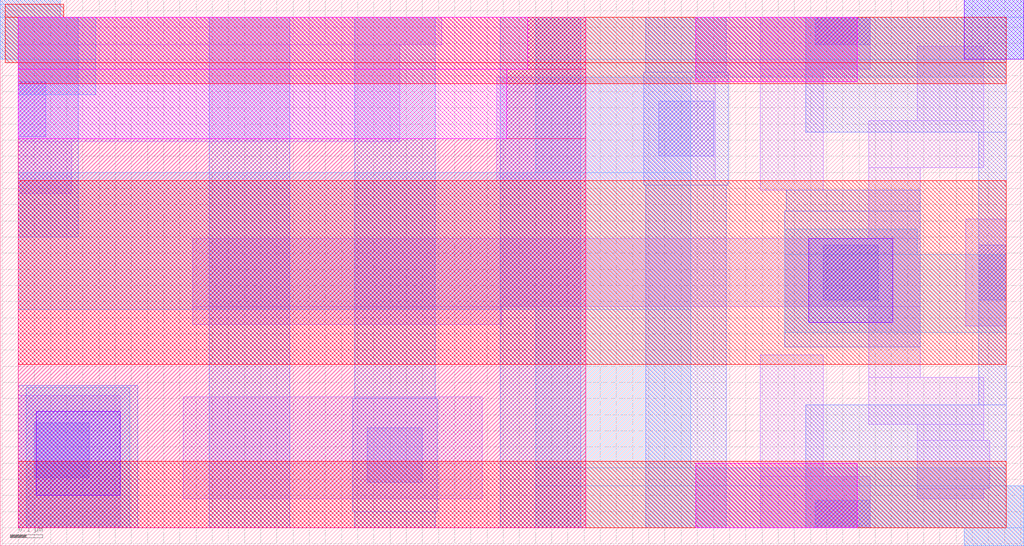
<source format=lef>
# Copyright 2020 The SkyWater PDK Authors
#
# Licensed under the Apache License, Version 2.0 (the "License");
# you may not use this file except in compliance with the License.
# You may obtain a copy of the License at
#
#     https://www.apache.org/licenses/LICENSE-2.0
#
# Unless required by applicable law or agreed to in writing, software
# distributed under the License is distributed on an "AS IS" BASIS,
# WITHOUT WARRANTIES OR CONDITIONS OF ANY KIND, either express or implied.
# See the License for the specific language governing permissions and
# limitations under the License.
#
# SPDX-License-Identifier: Apache-2.0

VERSION 5.7 ;
  NOWIREEXTENSIONATPIN ON ;
  DIVIDERCHAR "/" ;
  BUSBITCHARS "[]" ;
MACRO sky130_fd_bd_sram__sram_dp_swldrv_opt2a
  CLASS BLOCK ;
  FOREIGN sky130_fd_bd_sram__sram_dp_swldrv_opt2a ;
  ORIGIN  0.055000  0.055000 ;
  SIZE  3.165000 BY  1.690000 ;
  OBS
    LAYER li1 ;
      RECT 0.000000 0.000000 0.315000 0.410000 ;
      RECT 0.000000 1.035000 0.165000 1.195000 ;
      RECT 0.000000 1.195000 1.180000 1.495000 ;
      RECT 0.000000 1.495000 1.310000 1.580000 ;
      RECT 0.510000 0.090000 1.435000 0.405000 ;
      RECT 0.540000 0.630000 1.495000 0.685000 ;
      RECT 0.540000 0.685000 2.790000 0.895000 ;
      RECT 1.480000 1.075000 2.155000 1.395000 ;
      RECT 2.295000 0.000000 2.635000 0.160000 ;
      RECT 2.295000 0.160000 2.490000 0.535000 ;
      RECT 2.295000 1.045000 2.490000 1.420000 ;
      RECT 2.295000 1.420000 2.635000 1.580000 ;
      RECT 2.630000 0.320000 2.985000 0.465000 ;
      RECT 2.630000 0.465000 2.790000 0.685000 ;
      RECT 2.630000 0.895000 2.790000 1.115000 ;
      RECT 2.630000 1.115000 2.985000 1.260000 ;
      RECT 2.780000 0.090000 2.985000 0.120000 ;
      RECT 2.780000 0.120000 3.005000 0.270000 ;
      RECT 2.780000 0.270000 2.985000 0.320000 ;
      RECT 2.780000 1.260000 2.985000 1.490000 ;
      RECT 2.930000 0.625000 3.055000 0.955000 ;
    LAYER mcon ;
      RECT 0.000000 1.210000 0.085000 1.380000 ;
      RECT 0.050000 0.155000 0.220000 0.325000 ;
      RECT 1.080000 0.140000 1.250000 0.310000 ;
      RECT 1.980000 1.150000 2.150000 1.320000 ;
      RECT 2.465000 0.000000 2.635000 0.085000 ;
      RECT 2.465000 1.495000 2.635000 1.580000 ;
      RECT 2.490000 0.705000 2.660000 0.875000 ;
      RECT 2.970000 0.705000 3.055000 0.875000 ;
    LAYER met1 ;
      RECT -0.055000  1.450000 0.185000 1.580000 ;
      RECT -0.055000  1.580000 0.130000 1.635000 ;
      RECT  0.000000  0.000000 0.370000 0.440000 ;
      RECT  0.000000  0.900000 0.185000 1.450000 ;
      RECT  0.590000  0.000000 0.840000 1.580000 ;
      RECT  1.035000  0.050000 1.295000 0.400000 ;
      RECT  1.040000  0.000000 1.290000 0.050000 ;
      RECT  1.040000  0.400000 1.290000 1.580000 ;
      RECT  1.490000  0.000000 1.740000 1.580000 ;
      RECT  1.935000  1.060000 2.195000 1.410000 ;
      RECT  1.940000  0.000000 2.190000 1.060000 ;
      RECT  1.940000  1.410000 2.190000 1.580000 ;
      RECT  2.370000  0.560000 2.790000 0.980000 ;
      RECT  2.375000  0.980000 2.790000 1.045000 ;
      RECT  2.435000  0.000000 3.110000 0.130000 ;
      RECT  2.435000  0.130000 3.055000 0.380000 ;
      RECT  2.435000  1.225000 3.055000 1.450000 ;
      RECT  2.435000  1.450000 3.110000 1.580000 ;
      RECT  2.925000 -0.055000 3.110000 0.000000 ;
      RECT  2.925000  1.580000 3.110000 1.635000 ;
      RECT  2.970000  0.380000 3.055000 1.225000 ;
    LAYER met2 ;
      RECT -0.055000  1.450000 0.240000 1.580000 ;
      RECT -0.055000  1.580000 0.140000 1.620000 ;
      RECT -0.055000  1.620000 0.130000 1.635000 ;
      RECT -0.040000  1.440000 0.240000 1.450000 ;
      RECT  0.000000  0.675000 2.080000 1.100000 ;
      RECT  0.000000  1.340000 0.240000 1.440000 ;
      RECT  0.025000  0.000000 0.345000 0.435000 ;
      RECT  1.600000  0.000000 3.110000 0.130000 ;
      RECT  1.600000  0.130000 3.055000 0.185000 ;
      RECT  1.600000  0.185000 2.080000 0.675000 ;
      RECT  1.600000  1.100000 2.080000 1.395000 ;
      RECT  1.600000  1.395000 3.055000 1.450000 ;
      RECT  1.600000  1.450000 3.110000 1.580000 ;
      RECT  2.370000  0.605000 3.055000 0.845000 ;
      RECT  2.370000  0.845000 2.780000 0.925000 ;
      RECT  2.925000 -0.055000 3.110000 0.000000 ;
      RECT  2.925000  1.580000 3.110000 1.635000 ;
    LAYER met3 ;
      RECT -0.040000 1.440000 3.055000 1.580000 ;
      RECT -0.040000 1.580000 0.140000 1.620000 ;
      RECT  0.000000 0.000000 3.055000 0.205000 ;
      RECT  0.000000 0.505000 3.055000 1.075000 ;
      RECT  0.000000 1.375000 3.055000 1.440000 ;
    LAYER nwell ;
      RECT 0.000000 0.000000 1.755000 1.205000 ;
    LAYER nwell ;
      RECT 1.510000 1.205000 1.755000 1.420000 ;
    LAYER nwell ;
      RECT 1.575000 1.420000 1.755000 1.580000 ;
    LAYER pwell ;
      RECT 0.000000 1.205000 1.510000 1.420000 ;
    LAYER pwell ;
      RECT 0.000000 1.420000 1.575000 1.580000 ;
    LAYER pwell ;
      RECT 2.095000 0.000000 2.595000 0.200000 ;
    LAYER pwell ;
      RECT 2.095000 1.380000 2.595000 1.580000 ;
    LAYER via ;
      RECT 0.055000 0.100000 0.315000 0.360000 ;
      RECT 2.445000 0.635000 2.705000 0.895000 ;
      RECT 2.925000 1.450000 3.110000 1.635000 ;
  END
END sky130_fd_bd_sram__sram_dp_swldrv_opt2a
END LIBRARY

</source>
